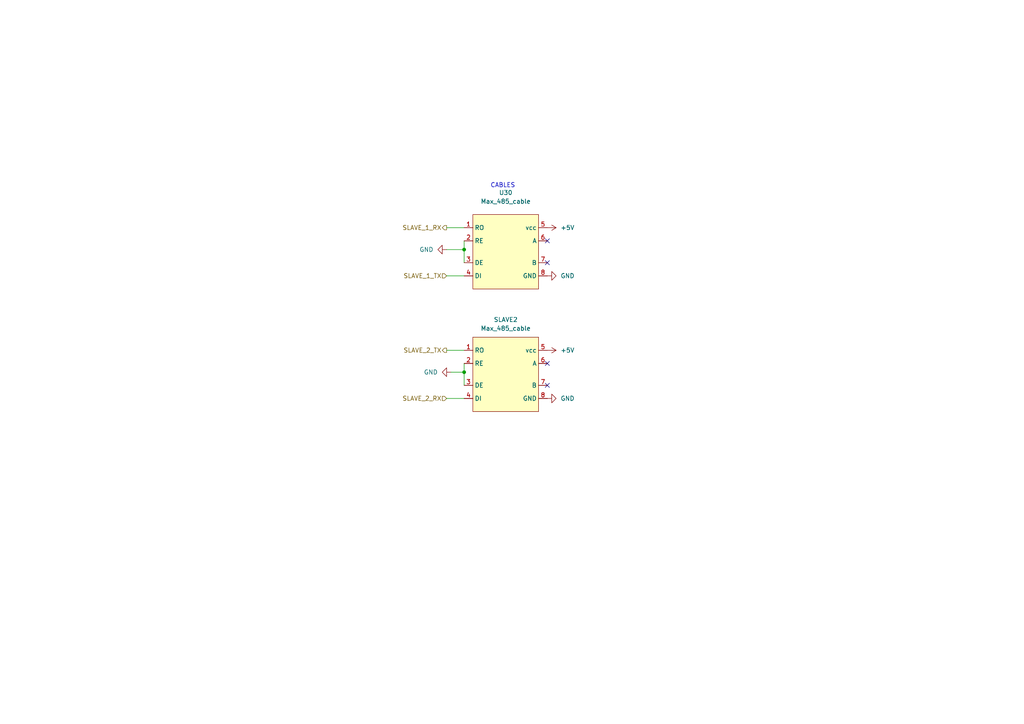
<source format=kicad_sch>
(kicad_sch (version 20211123) (generator eeschema)

  (uuid 6cd1dcc0-5d33-4e21-b21e-1a33cb484538)

  (paper "A4")

  (lib_symbols
    (symbol "Interface_UART:Max_485_cable" (in_bom yes) (on_board yes)
      (property "Reference" "U?" (id 0) (at -0.635 15.24 0)
        (effects (font (size 1.27 1.27)))
      )
      (property "Value" "Max_485_cable" (id 1) (at -0.635 12.7 0)
        (effects (font (size 1.27 1.27)))
      )
      (property "Footprint" "Arduino shield:modulo comuni 485" (id 2) (at 0 11.43 0)
        (effects (font (size 1.27 1.27)) hide)
      )
      (property "Datasheet" "" (id 3) (at 0 11.43 0)
        (effects (font (size 1.27 1.27)) hide)
      )
      (symbol "Max_485_cable_0_1"
        (rectangle (start -10.16 8.89) (end 8.89 -12.7)
          (stroke (width 0) (type default) (color 0 0 0 0))
          (fill (type background))
        )
      )
      (symbol "Max_485_cable_1_1"
        (pin input line (at -12.7 5.08 0) (length 2.54)
          (name "RO" (effects (font (size 1.27 1.27))))
          (number "1" (effects (font (size 1.27 1.27))))
        )
        (pin input line (at -12.7 1.27 0) (length 2.54)
          (name "RE" (effects (font (size 1.27 1.27))))
          (number "2" (effects (font (size 1.27 1.27))))
        )
        (pin input line (at -12.7 -5.08 0) (length 2.54)
          (name "DE" (effects (font (size 1.27 1.27))))
          (number "3" (effects (font (size 1.27 1.27))))
        )
        (pin input line (at -12.7 -8.89 0) (length 2.54)
          (name "DI" (effects (font (size 1.27 1.27))))
          (number "4" (effects (font (size 1.27 1.27))))
        )
        (pin input line (at 11.43 5.08 180) (length 2.54)
          (name "vcc" (effects (font (size 1.27 1.27))))
          (number "5" (effects (font (size 1.27 1.27))))
        )
        (pin input line (at 11.43 1.27 180) (length 2.54)
          (name "A" (effects (font (size 1.27 1.27))))
          (number "6" (effects (font (size 1.27 1.27))))
        )
        (pin input line (at 11.43 -5.08 180) (length 2.54)
          (name "B" (effects (font (size 1.27 1.27))))
          (number "7" (effects (font (size 1.27 1.27))))
        )
        (pin input line (at 11.43 -8.89 180) (length 2.54)
          (name "GND" (effects (font (size 1.27 1.27))))
          (number "8" (effects (font (size 1.27 1.27))))
        )
      )
    )
    (symbol "Max_485_cable_1" (in_bom yes) (on_board yes)
      (property "Reference" "SLAVE2" (id 0) (at -0.635 15.24 0)
        (effects (font (size 1.27 1.27)))
      )
      (property "Value" "Max_485_cable_1" (id 1) (at -0.635 12.7 0)
        (effects (font (size 1.27 1.27)))
      )
      (property "Footprint" "Arduino shield:modulo comuni 485" (id 2) (at 0 11.43 0)
        (effects (font (size 1.27 1.27)) hide)
      )
      (property "Datasheet" "" (id 3) (at 0 11.43 0)
        (effects (font (size 1.27 1.27)) hide)
      )
      (symbol "Max_485_cable_1_0_1"
        (rectangle (start -10.16 10.16) (end 8.89 -11.43)
          (stroke (width 0) (type default) (color 0 0 0 0))
          (fill (type background))
        )
      )
      (symbol "Max_485_cable_1_1_1"
        (pin input line (at -12.7 6.35 0) (length 2.54)
          (name "RO" (effects (font (size 1.27 1.27))))
          (number "1" (effects (font (size 1.27 1.27))))
        )
        (pin input line (at -12.7 2.54 0) (length 2.54)
          (name "RE" (effects (font (size 1.27 1.27))))
          (number "2" (effects (font (size 1.27 1.27))))
        )
        (pin input line (at -12.7 -3.81 0) (length 2.54)
          (name "DE" (effects (font (size 1.27 1.27))))
          (number "3" (effects (font (size 1.27 1.27))))
        )
        (pin input line (at -12.7 -7.62 0) (length 2.54)
          (name "DI" (effects (font (size 1.27 1.27))))
          (number "4" (effects (font (size 1.27 1.27))))
        )
        (pin input line (at 11.43 6.35 180) (length 2.54)
          (name "vcc" (effects (font (size 1.27 1.27))))
          (number "5" (effects (font (size 1.27 1.27))))
        )
        (pin input line (at 11.43 2.54 180) (length 2.54)
          (name "A" (effects (font (size 1.27 1.27))))
          (number "6" (effects (font (size 1.27 1.27))))
        )
        (pin input line (at 11.43 -3.81 180) (length 2.54)
          (name "B" (effects (font (size 1.27 1.27))))
          (number "7" (effects (font (size 1.27 1.27))))
        )
        (pin input line (at 11.43 -7.62 180) (length 2.54)
          (name "GND" (effects (font (size 1.27 1.27))))
          (number "8" (effects (font (size 1.27 1.27))))
        )
      )
    )
    (symbol "power:+5V" (power) (pin_names (offset 0)) (in_bom yes) (on_board yes)
      (property "Reference" "#PWR" (id 0) (at 0 -3.81 0)
        (effects (font (size 1.27 1.27)) hide)
      )
      (property "Value" "+5V" (id 1) (at 0 3.556 0)
        (effects (font (size 1.27 1.27)))
      )
      (property "Footprint" "" (id 2) (at 0 0 0)
        (effects (font (size 1.27 1.27)) hide)
      )
      (property "Datasheet" "" (id 3) (at 0 0 0)
        (effects (font (size 1.27 1.27)) hide)
      )
      (property "ki_keywords" "power-flag" (id 4) (at 0 0 0)
        (effects (font (size 1.27 1.27)) hide)
      )
      (property "ki_description" "Power symbol creates a global label with name \"+5V\"" (id 5) (at 0 0 0)
        (effects (font (size 1.27 1.27)) hide)
      )
      (symbol "+5V_0_1"
        (polyline
          (pts
            (xy -0.762 1.27)
            (xy 0 2.54)
          )
          (stroke (width 0) (type default) (color 0 0 0 0))
          (fill (type none))
        )
        (polyline
          (pts
            (xy 0 0)
            (xy 0 2.54)
          )
          (stroke (width 0) (type default) (color 0 0 0 0))
          (fill (type none))
        )
        (polyline
          (pts
            (xy 0 2.54)
            (xy 0.762 1.27)
          )
          (stroke (width 0) (type default) (color 0 0 0 0))
          (fill (type none))
        )
      )
      (symbol "+5V_1_1"
        (pin power_in line (at 0 0 90) (length 0) hide
          (name "+5V" (effects (font (size 1.27 1.27))))
          (number "1" (effects (font (size 1.27 1.27))))
        )
      )
    )
    (symbol "power:GND" (power) (pin_names (offset 0)) (in_bom yes) (on_board yes)
      (property "Reference" "#PWR" (id 0) (at 0 -6.35 0)
        (effects (font (size 1.27 1.27)) hide)
      )
      (property "Value" "GND" (id 1) (at 0 -3.81 0)
        (effects (font (size 1.27 1.27)))
      )
      (property "Footprint" "" (id 2) (at 0 0 0)
        (effects (font (size 1.27 1.27)) hide)
      )
      (property "Datasheet" "" (id 3) (at 0 0 0)
        (effects (font (size 1.27 1.27)) hide)
      )
      (property "ki_keywords" "power-flag" (id 4) (at 0 0 0)
        (effects (font (size 1.27 1.27)) hide)
      )
      (property "ki_description" "Power symbol creates a global label with name \"GND\" , ground" (id 5) (at 0 0 0)
        (effects (font (size 1.27 1.27)) hide)
      )
      (symbol "GND_0_1"
        (polyline
          (pts
            (xy 0 0)
            (xy 0 -1.27)
            (xy 1.27 -1.27)
            (xy 0 -2.54)
            (xy -1.27 -1.27)
            (xy 0 -1.27)
          )
          (stroke (width 0) (type default) (color 0 0 0 0))
          (fill (type none))
        )
      )
      (symbol "GND_1_1"
        (pin power_in line (at 0 0 270) (length 0) hide
          (name "GND" (effects (font (size 1.27 1.27))))
          (number "1" (effects (font (size 1.27 1.27))))
        )
      )
    )
  )

  (junction (at 134.62 72.39) (diameter 0) (color 0 0 0 0)
    (uuid 37a0ace1-00c9-4e54-b293-e7548525c6d9)
  )
  (junction (at 134.62 107.95) (diameter 0) (color 0 0 0 0)
    (uuid 86e9eba0-7793-4f16-9c89-5f802964f7a8)
  )

  (no_connect (at 158.75 111.76) (uuid 5bae5fe7-dc62-4c86-b23f-9928bdd36f2c))
  (no_connect (at 158.75 69.85) (uuid 68a7ee0e-38b8-42ea-b80b-11b113ce56cf))
  (no_connect (at 158.75 105.41) (uuid d709f7cd-dbd0-4c53-b158-e7bc6ca7abcd))
  (no_connect (at 158.75 76.2) (uuid d80fbd23-391e-4f43-94e1-2686c4af74b0))

  (wire (pts (xy 134.62 72.39) (xy 134.62 76.2))
    (stroke (width 0) (type default) (color 0 0 0 0))
    (uuid 158e9184-626e-43b3-9960-e2aac2bacba3)
  )
  (wire (pts (xy 129.54 101.6) (xy 134.62 101.6))
    (stroke (width 0) (type default) (color 0 0 0 0))
    (uuid 3ed15719-70b5-4caa-8999-5fd2469393df)
  )
  (wire (pts (xy 129.54 115.57) (xy 134.62 115.57))
    (stroke (width 0) (type default) (color 0 0 0 0))
    (uuid 4150c2bb-d709-4b28-ac0b-ad3715ebc19c)
  )
  (wire (pts (xy 134.62 105.41) (xy 134.62 107.95))
    (stroke (width 0) (type default) (color 0 0 0 0))
    (uuid 684a7544-6dab-4414-8615-b03277699953)
  )
  (wire (pts (xy 129.54 66.04) (xy 134.62 66.04))
    (stroke (width 0) (type default) (color 0 0 0 0))
    (uuid 7852da05-cb88-40d0-9949-0d74c186ef05)
  )
  (wire (pts (xy 130.81 107.95) (xy 134.62 107.95))
    (stroke (width 0) (type default) (color 0 0 0 0))
    (uuid 813372b8-6fa3-4a90-8970-0c28f976336e)
  )
  (wire (pts (xy 134.62 107.95) (xy 134.62 111.76))
    (stroke (width 0) (type default) (color 0 0 0 0))
    (uuid 9b6a653d-9871-4b3f-a44a-cf4bfc8b5561)
  )
  (wire (pts (xy 129.54 80.01) (xy 134.62 80.01))
    (stroke (width 0) (type default) (color 0 0 0 0))
    (uuid b29914f9-eb8d-4405-9e88-538d8306d555)
  )
  (wire (pts (xy 134.62 69.85) (xy 134.62 72.39))
    (stroke (width 0) (type default) (color 0 0 0 0))
    (uuid cd0e0a42-6375-4e5b-b85b-62a7aa6a0eee)
  )
  (wire (pts (xy 129.54 72.39) (xy 134.62 72.39))
    (stroke (width 0) (type default) (color 0 0 0 0))
    (uuid fa67189f-f6c7-491c-bebb-b9b7f0a96d27)
  )

  (text "CABLES" (at 142.24 54.61 0)
    (effects (font (size 1.27 1.27)) (justify left bottom))
    (uuid e7a6e372-0fdf-49f7-bd5a-78d0676a5b4a)
  )

  (hierarchical_label "SLAVE_1_RX" (shape output) (at 129.54 66.04 180)
    (effects (font (size 1.27 1.27)) (justify right))
    (uuid 004dda98-c2de-470f-9ca4-8358c06009f3)
  )
  (hierarchical_label "SLAVE_2_RX" (shape input) (at 129.54 115.57 180)
    (effects (font (size 1.27 1.27)) (justify right))
    (uuid 067c4059-4030-4ad3-97a5-aaa8f89f0670)
  )
  (hierarchical_label "SLAVE_1_TX" (shape input) (at 129.54 80.01 180)
    (effects (font (size 1.27 1.27)) (justify right))
    (uuid 4b6aad50-1f32-4099-8c7d-202142de0734)
  )
  (hierarchical_label "SLAVE_2_TX" (shape output) (at 129.54 101.6 180)
    (effects (font (size 1.27 1.27)) (justify right))
    (uuid eb5e347a-5310-4c3f-a235-e11c3988bf74)
  )

  (symbol (lib_id "power:GND") (at 158.75 80.01 90) (unit 1)
    (in_bom yes) (on_board yes) (fields_autoplaced)
    (uuid 1591ed13-40ec-4cbe-aecc-b6423a2be63f)
    (property "Reference" "#PWR087" (id 0) (at 165.1 80.01 0)
      (effects (font (size 1.27 1.27)) hide)
    )
    (property "Value" "GND" (id 1) (at 162.56 80.0099 90)
      (effects (font (size 1.27 1.27)) (justify right))
    )
    (property "Footprint" "" (id 2) (at 158.75 80.01 0)
      (effects (font (size 1.27 1.27)) hide)
    )
    (property "Datasheet" "" (id 3) (at 158.75 80.01 0)
      (effects (font (size 1.27 1.27)) hide)
    )
    (pin "1" (uuid 5124544a-1abf-450c-85c5-18da44c20eb8))
  )

  (symbol (lib_name "Max_485_cable_1") (lib_id "Interface_UART:Max_485_cable") (at 147.32 107.95 0) (unit 1)
    (in_bom yes) (on_board yes) (fields_autoplaced)
    (uuid 2ab82bad-8768-49d5-bde0-97b9db57f89d)
    (property "Reference" "SLAVE2" (id 0) (at 146.685 92.71 0))
    (property "Value" "Max_485_cable" (id 1) (at 146.685 95.25 0))
    (property "Footprint" "Arduino shield:modulo comuni 485" (id 2) (at 147.32 96.52 0)
      (effects (font (size 1.27 1.27)) hide)
    )
    (property "Datasheet" "" (id 3) (at 147.32 96.52 0)
      (effects (font (size 1.27 1.27)) hide)
    )
    (pin "1" (uuid bb18ee8d-4de0-4106-8d44-a9fe761b7629))
    (pin "2" (uuid e6069a3c-b718-4518-b2ac-bf00c2ac434e))
    (pin "3" (uuid 964bb7b7-3808-4405-bbaa-2f3820dd3d37))
    (pin "4" (uuid 58a6780d-1c6c-46be-b222-2c540eb43422))
    (pin "5" (uuid e0c2e9b4-96a1-4811-b17c-2fc11d7a5f04))
    (pin "6" (uuid 3058597f-882e-411e-a449-7d646b0f7fe6))
    (pin "7" (uuid 8deab07b-1f1f-4979-a458-5abe601bddd3))
    (pin "8" (uuid e625be63-3cc7-4c48-a5d2-3d183abf1ad1))
  )

  (symbol (lib_id "power:+5V") (at 158.75 66.04 270) (unit 1)
    (in_bom yes) (on_board yes) (fields_autoplaced)
    (uuid 4c47eb0d-58ce-49f2-9e9f-5b98761fe7f0)
    (property "Reference" "#PWR086" (id 0) (at 154.94 66.04 0)
      (effects (font (size 1.27 1.27)) hide)
    )
    (property "Value" "+5V" (id 1) (at 162.56 66.0399 90)
      (effects (font (size 1.27 1.27)) (justify left))
    )
    (property "Footprint" "" (id 2) (at 158.75 66.04 0)
      (effects (font (size 1.27 1.27)) hide)
    )
    (property "Datasheet" "" (id 3) (at 158.75 66.04 0)
      (effects (font (size 1.27 1.27)) hide)
    )
    (pin "1" (uuid b01a6cb8-3250-4920-87bb-761f2e0adf22))
  )

  (symbol (lib_id "power:GND") (at 129.54 72.39 270) (unit 1)
    (in_bom yes) (on_board yes) (fields_autoplaced)
    (uuid 637bf34c-f069-4358-adb6-ce599c70223b)
    (property "Reference" "#PWR0109" (id 0) (at 123.19 72.39 0)
      (effects (font (size 1.27 1.27)) hide)
    )
    (property "Value" "GND" (id 1) (at 125.73 72.3899 90)
      (effects (font (size 1.27 1.27)) (justify right))
    )
    (property "Footprint" "" (id 2) (at 129.54 72.39 0)
      (effects (font (size 1.27 1.27)) hide)
    )
    (property "Datasheet" "" (id 3) (at 129.54 72.39 0)
      (effects (font (size 1.27 1.27)) hide)
    )
    (pin "1" (uuid 20003b3e-f90e-458d-a504-9f7ba56e7b25))
  )

  (symbol (lib_id "Interface_UART:Max_485_cable") (at 147.32 71.12 0) (unit 1)
    (in_bom yes) (on_board yes) (fields_autoplaced)
    (uuid 85fb6d8f-a601-4f74-8465-172b9c8d26fc)
    (property "Reference" "U30" (id 0) (at 146.685 55.88 0))
    (property "Value" "Max_485_cable" (id 1) (at 146.685 58.42 0))
    (property "Footprint" "Arduino shield:modulo comuni 485" (id 2) (at 147.32 59.69 0)
      (effects (font (size 1.27 1.27)) hide)
    )
    (property "Datasheet" "" (id 3) (at 147.32 59.69 0)
      (effects (font (size 1.27 1.27)) hide)
    )
    (pin "1" (uuid dfa9c72b-9072-4a06-b061-31c6f772fd9f))
    (pin "2" (uuid 4b8d20b6-fc73-4cf5-a4b7-14f021bb546b))
    (pin "3" (uuid c3165047-a1d7-4452-9a73-ad182dec9146))
    (pin "4" (uuid fd5a6f47-a1e0-45ca-a4b5-ae225ddbbee0))
    (pin "5" (uuid 7b1160fb-8a92-4f70-8631-4a3993ba8168))
    (pin "6" (uuid ca01dbba-4619-4dfc-a7b3-4596e96bc0e6))
    (pin "7" (uuid 5c2795bb-cd44-4954-b608-7873d753ba0f))
    (pin "8" (uuid e8b7f6cd-86ec-4f96-afe0-bdb15c9cf457))
  )

  (symbol (lib_id "power:GND") (at 130.81 107.95 270) (unit 1)
    (in_bom yes) (on_board yes) (fields_autoplaced)
    (uuid 9b22cf56-45f5-41d7-b171-02cbcd9270f0)
    (property "Reference" "#PWR0110" (id 0) (at 124.46 107.95 0)
      (effects (font (size 1.27 1.27)) hide)
    )
    (property "Value" "GND" (id 1) (at 127 107.9499 90)
      (effects (font (size 1.27 1.27)) (justify right))
    )
    (property "Footprint" "" (id 2) (at 130.81 107.95 0)
      (effects (font (size 1.27 1.27)) hide)
    )
    (property "Datasheet" "" (id 3) (at 130.81 107.95 0)
      (effects (font (size 1.27 1.27)) hide)
    )
    (pin "1" (uuid 136a3f94-9e40-4564-90ee-006195f10319))
  )

  (symbol (lib_id "power:GND") (at 158.75 115.57 90) (unit 1)
    (in_bom yes) (on_board yes) (fields_autoplaced)
    (uuid 9c79453c-26a5-4e80-b531-f349849de6ad)
    (property "Reference" "#PWR089" (id 0) (at 165.1 115.57 0)
      (effects (font (size 1.27 1.27)) hide)
    )
    (property "Value" "GND" (id 1) (at 162.56 115.5699 90)
      (effects (font (size 1.27 1.27)) (justify right))
    )
    (property "Footprint" "" (id 2) (at 158.75 115.57 0)
      (effects (font (size 1.27 1.27)) hide)
    )
    (property "Datasheet" "" (id 3) (at 158.75 115.57 0)
      (effects (font (size 1.27 1.27)) hide)
    )
    (pin "1" (uuid 47154503-6a9c-47e4-b8f9-4abf670f9e0a))
  )

  (symbol (lib_id "power:+5V") (at 158.75 101.6 270) (unit 1)
    (in_bom yes) (on_board yes) (fields_autoplaced)
    (uuid a26840bd-4a76-40bf-b580-632ce0714d97)
    (property "Reference" "#PWR088" (id 0) (at 154.94 101.6 0)
      (effects (font (size 1.27 1.27)) hide)
    )
    (property "Value" "+5V" (id 1) (at 162.56 101.5999 90)
      (effects (font (size 1.27 1.27)) (justify left))
    )
    (property "Footprint" "" (id 2) (at 158.75 101.6 0)
      (effects (font (size 1.27 1.27)) hide)
    )
    (property "Datasheet" "" (id 3) (at 158.75 101.6 0)
      (effects (font (size 1.27 1.27)) hide)
    )
    (pin "1" (uuid ec25f446-35ae-47d2-afcc-bc6cffee3772))
  )
)

</source>
